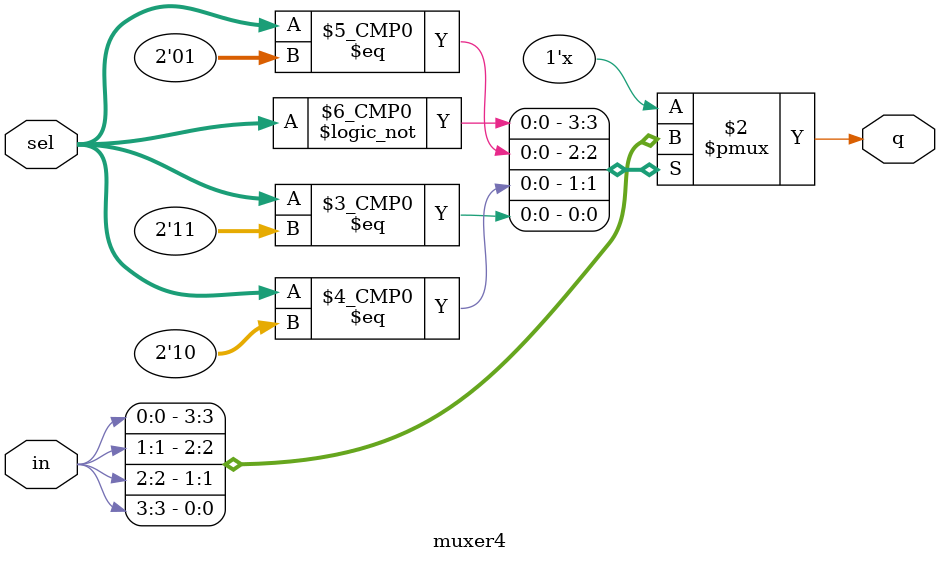
<source format=sv>
`timescale 1ns / 1ps


module muxer4(
    input [3:0] in,
    input [1:0] sel,
    output logic q
    );
    
    always_comb
    
    case (sel)
    2'b00 : q <= in[0];
    2'b01 : q <= in[1];
    2'b10 : q <= in[2];
    2'b11 : q <= in[3];
    endcase
    
endmodule

</source>
